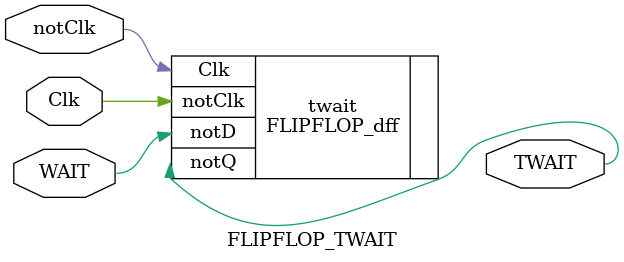
<source format=v>
module FLIPFLOP_TWAIT(
        input wire Clk,
        input wire notClk,
        input wire WAIT,
        output wire TWAIT
    );

    FLIPFLOP_dff twait(
        .Clk(notClk),
        .notClk(Clk),
        .notD(WAIT),
        .notQ(TWAIT)
    );

endmodule
</source>
